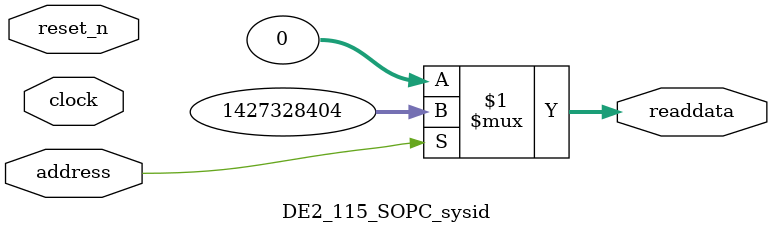
<source format=v>

`timescale 1ns / 1ps
// synthesis translate_on

// turn off superfluous verilog processor warnings 
// altera message_level Level1 
// altera message_off 10034 10035 10036 10037 10230 10240 10030 

module DE2_115_SOPC_sysid (
               // inputs:
                address,
                clock,
                reset_n,

               // outputs:
                readdata
             )
;

  output  [ 31: 0] readdata;
  input            address;
  input            clock;
  input            reset_n;

  wire    [ 31: 0] readdata;
  //control_slave, which is an e_avalon_slave
  assign readdata = address ? 1427328404 : 0;

endmodule




</source>
